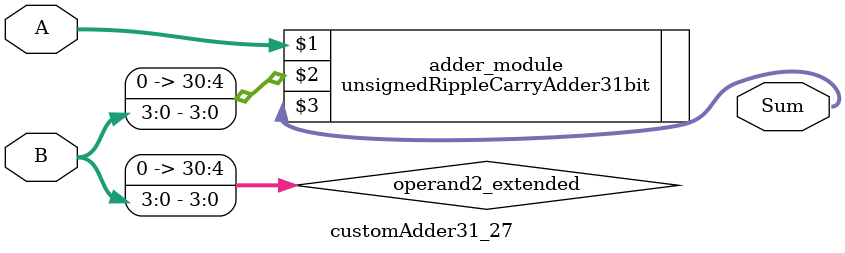
<source format=v>

module customAdder31_27(
                    input [30 : 0] A,
                    input [3 : 0] B,
                    
                    output [31 : 0] Sum
            );

    wire [30 : 0] operand2_extended;
    
    assign operand2_extended =  {27'b0, B};
    
    unsignedRippleCarryAdder31bit adder_module(
        A,
        operand2_extended,
        Sum
    );
    
endmodule
        
</source>
